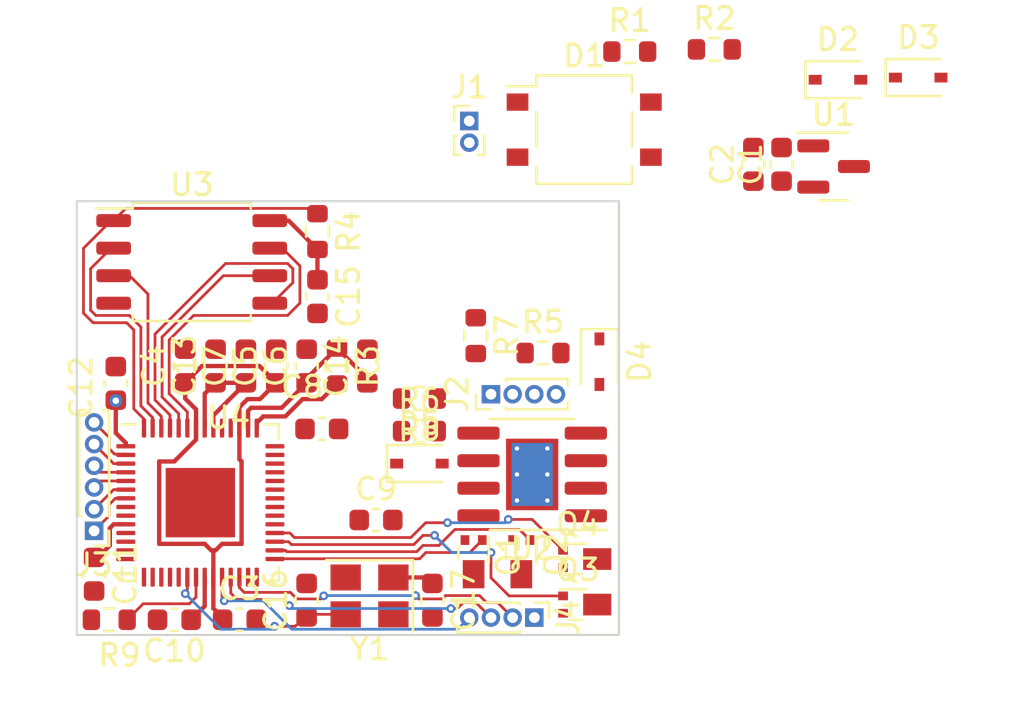
<source format=kicad_pcb>
(kicad_pcb (version 20211014) (generator pcbnew)
  (layers (0 "F.Cu" signal) (31 "B.Cu" signal) (34 "B.Paste" user) (35 "F.Paste" user) (36 "B.SilkS" user "B.Silkscreen") (37 "F.SilkS" user "F.Silkscreen") (38 "B.Mask" user) (39 "F.Mask" user) (44 "Edge.Cuts" user))
  (net 0 "")
  (net 1 "+3V3")
  (net 2 "+12V")
  (net 3 "+1V1")
  (net 4 "GND")
  (net 5 "Net-(C16-Pad1)")
  (net 6 "Net-(C17-Pad1)")
  (net 7 "Net-(D1-Pad1)")
  (net 8 "Net-(D1-Pad2)")
  (net 9 "Net-(D2-Pad1)")
  (net 10 "Net-(D2-Pad2)")
  (net 11 "/ADC_EMF_A")
  (net 12 "/ADC_EMF_B")
  (net 13 "Net-(C14-Pad1)")
  (net 14 "/GPIO18")
  (net 15 "Net-(R4-Pad1)")
  (net 16 "/MOTOR_OUT_B")
  (net 17 "/MOTOR_OUT_A")
  (net 18 "Net-(R9-Pad1)")
  (net 19 "/GPIO22")
  (net 20 "/GPIO23")
  (net 22 "Net-(U3-Pad2)")
  (net 23 "Net-(U3-Pad3)")
  (net 24 "Net-(U3-Pad5)")
  (net 25 "Net-(U3-Pad6)")
  (net 26 "Net-(U3-Pad7)")
  (net 33 "Net-(J4-Pad2)")
  (net 37 "/GPIO19")
  (net 38 "/GPIO20")
  (net 39 "/GPIO21")
  (net 53 "Net-(J3-Pad1)")
  (net 54 "Net-(J3-Pad2)")
  (net 55 "Net-(J3-Pad3)")
  (net 56 "Net-(J3-Pad4)")
  (net 57 "Net-(J3-Pad5)")
  (net 58 "Net-(J3-Pad6)")
  (net 59 "Net-(U4-Pad25)")
  (net 60 "Net-(J4-Pad4)")
  (footprint "Connector_PinHeader_1.00mm:PinHeader_1x04_P1.00mm_Vertical" (layer "F.Cu") (at 158.6 109.2 -90)
    (fp_text reference "J4" (at 0 -1.56 90) (layer "F.SilkS"))
    (fp_text value "DEBUG_CONN")
    (pad "1" thru_hole rect (at 0 0 270) (size 0.85 0.85) (drill 0.5) (layers *.Cu *.Mask) (net 4 "GND"))
    (pad "2" thru_hole oval (at 0 1 270) (size 0.85 0.85) (drill 0.5) (layers *.Cu *.Mask) (net 33 "Net-(J4-Pad2)"))
    (pad "3" thru_hole oval (at 0 2 270) (size 0.85 0.85) (drill 0.5) (layers *.Cu *.Mask) (net 59 "Net-(U4-Pad25)"))
    (pad "4" thru_hole oval (at 0 3 270) (size 0.85 0.85) (drill 0.5) (layers *.Cu *.Mask) (net 60 "Net-(J4-Pad4)"))
  )
  (footprint "Crystal:Crystal_SMD_3225-4Pin_3.2x2.5mm" (layer "F.Cu") (at 151 108.2 180)
    (fp_text reference "Y1" (at 0 -2.45) (layer "F.SilkS"))
    (fp_text value "X322512MSB4SI")
    (pad "1" smd rect (at -1.1 0.85 180) (size 1.4 1.2) (layers "F.Cu" "F.Paste" "F.Mask") (net 6 "Net-(C17-Pad1)"))
    (pad "2" smd rect (at 1.1 0.85 180) (size 1.4 1.2) (layers "F.Cu" "F.Paste" "F.Mask") (net 4 "GND"))
    (pad "3" smd rect (at 1.1 -0.85 180) (size 1.4 1.2) (layers "F.Cu" "F.Paste" "F.Mask") (net 5 "Net-(C16-Pad1)"))
    (pad "4" smd rect (at -1.1 -0.85 180) (size 1.4 1.2) (layers "F.Cu" "F.Paste" "F.Mask") (net 4 "GND"))
  )
  (footprint "Resistor_SMD:R_0603_1608Metric" (layer "F.Cu") (at 155.9 96.2 -90)
    (fp_text reference "R7" (at 0 -1.43 90) (layer "F.SilkS"))
    (fp_text value "10k")
    (pad "1" smd roundrect (at -0.825 0 270) (size 0.8 0.95) (layers "F.Cu" "F.Paste" "F.Mask") (net 4 "GND"))
    (pad "2" smd roundrect (at 0.825 0 270) (size 0.8 0.95) (layers "F.Cu" "F.Paste" "F.Mask") (net 11 "/ADC_EMF_A"))
  )
  (footprint "Package_SO:SOIC-8_5.23x5.23mm_P1.27mm" (layer "F.Cu") (at 142.8 92.8)
    (fp_text reference "U3" (at 0 -3.56) (layer "F.SilkS"))
    (fp_text value "W25Q64JVSSIQ")
    (pad "1" smd roundrect (at -3.6 -1.905) (size 1.6 0.6) (layers "F.Cu" "F.Paste" "F.Mask") (net 15 "Net-(R4-Pad1)"))
    (pad "2" smd roundrect (at -3.6 -0.635) (size 1.6 0.6) (layers "F.Cu" "F.Paste" "F.Mask") (net 22 "Net-(U3-Pad2)"))
    (pad "3" smd roundrect (at -3.6 0.635) (size 1.6 0.6) (layers "F.Cu" "F.Paste" "F.Mask") (net 23 "Net-(U3-Pad3)"))
    (pad "4" smd roundrect (at -3.6 1.905) (size 1.6 0.6) (layers "F.Cu" "F.Paste" "F.Mask") (net 4 "GND"))
    (pad "5" smd roundrect (at 3.6 1.905) (size 1.6 0.6) (layers "F.Cu" "F.Paste" "F.Mask") (net 24 "Net-(U3-Pad5)"))
    (pad "6" smd roundrect (at 3.6 0.635) (size 1.6 0.6) (layers "F.Cu" "F.Paste" "F.Mask") (net 25 "Net-(U3-Pad6)"))
    (pad "7" smd roundrect (at 3.6 -0.635) (size 1.6 0.6) (layers "F.Cu" "F.Paste" "F.Mask") (net 26 "Net-(U3-Pad7)"))
    (pad "8" smd roundrect (at 3.6 -1.905) (size 1.6 0.6) (layers "F.Cu" "F.Paste" "F.Mask") (net 1 "+3V3"))
  )
  (footprint "Capacitor_SMD:C_0603_1608Metric" (layer "F.Cu") (at 153.9 108.4 -90)
    (fp_text reference "C17" (at 0 -1.43 90) (layer "F.SilkS"))
    (fp_text value "33p")
    (pad "1" smd roundrect (at -0.775 0 270) (size 0.9 0.95) (layers "F.Cu" "F.Paste" "F.Mask") (net 6 "Net-(C17-Pad1)"))
    (pad "2" smd roundrect (at 0.775 0 270) (size 0.9 0.95) (layers "F.Cu" "F.Paste" "F.Mask") (net 4 "GND"))
  )
  (footprint "Resistor_SMD:R_0603_1608Metric" (layer "F.Cu") (at 153.3 99.1 180)
    (fp_text reference "R8" (at 0 -1.43) (layer "F.SilkS"))
    (fp_text value "10k")
    (pad "1" smd roundrect (at -0.825 0 180) (size 0.8 0.95) (layers "F.Cu" "F.Paste" "F.Mask") (net 4 "GND"))
    (pad "2" smd roundrect (at 0.825 0 180) (size 0.8 0.95) (layers "F.Cu" "F.Paste" "F.Mask") (net 12 "/ADC_EMF_B"))
  )
  (footprint "Capacitor_SMD:C_0603_1608Metric" (layer "F.Cu") (at 139.3 98.4 90)
    (fp_text reference "C12" (at -0.2 -1.6 90) (layer "F.SilkS"))
    (fp_text value "100n")
    (pad "1" smd roundrect (at -0.775 0 90) (size 0.9 0.95) (layers "F.Cu" "F.Paste" "F.Mask") (net 1 "+3V3"))
    (pad "2" smd roundrect (at 0.775 0 90) (size 0.9 0.95) (layers "F.Cu" "F.Paste" "F.Mask") (net 4 "GND"))
  )
  (footprint "Resistor_SMD:R_0603_1608Metric" (layer "F.Cu") (at 163 83.1)
    (fp_text reference "R1" (at 0 -1.43) (layer "F.SilkS"))
    (fp_text value "10k")
    (pad "1" smd roundrect (at -0.825 0) (size 0.8 0.95) (layers "F.Cu" "F.Paste" "F.Mask") (net 10 "Net-(D2-Pad2)"))
    (pad "2" smd roundrect (at 0.825 0) (size 0.8 0.95) (layers "F.Cu" "F.Paste" "F.Mask") (net 8 "Net-(D1-Pad2)"))
  )
  (footprint "Diode_SMD:D_SOD-323" (layer "F.Cu") (at 176.3 84.3)
    (fp_text reference "D3" (at 0 -1.85) (layer "F.SilkS"))
    (fp_text value "BZT52C3V3S")
    (pad "1" smd rect (at -1.05 0) (size 0.6 0.45) (layers "F.Cu" "F.Paste" "F.Mask") (net 9 "Net-(D2-Pad1)"))
    (pad "2" smd rect (at 1.05 0) (size 0.6 0.45) (layers "F.Cu" "F.Paste" "F.Mask") (net 4 "GND"))
  )
  (footprint "Capacitor_SMD:C_0603_1608Metric" (layer "F.Cu") (at 148.6 94.4 -90)
    (fp_text reference "C15" (at 0 -1.43 90) (layer "F.SilkS"))
    (fp_text value "100n")
    (pad "1" smd roundrect (at -0.775 0 270) (size 0.9 0.95) (layers "F.Cu" "F.Paste" "F.Mask") (net 1 "+3V3"))
    (pad "2" smd roundrect (at 0.775 0 270) (size 0.9 0.95) (layers "F.Cu" "F.Paste" "F.Mask") (net 4 "GND"))
  )
  (footprint "Capacitor_SMD:C_0603_1608Metric" (layer "F.Cu") (at 138.3 107.2 -90)
    (fp_text reference "C11" (at 0 -1.43 90) (layer "F.SilkS"))
    (fp_text value "100n")
    (pad "1" smd roundrect (at -0.775 0 270) (size 0.9 0.95) (layers "F.Cu" "F.Paste" "F.Mask") (net 1 "+3V3"))
    (pad "2" smd roundrect (at 0.775 0 270) (size 0.9 0.95) (layers "F.Cu" "F.Paste" "F.Mask") (net 4 "GND"))
  )
  (footprint "Diode_SMD:D_SOD-323" (layer "F.Cu") (at 153.3 102.1)
    (fp_text reference "D5" (at 0 -1.85) (layer "F.SilkS"))
    (fp_text value "BZT52C3V3S")
    (pad "1" smd rect (at -1.05 0) (size 0.6 0.45) (layers "F.Cu" "F.Paste" "F.Mask") (net 12 "/ADC_EMF_B"))
    (pad "2" smd rect (at 1.05 0) (size 0.6 0.45) (layers "F.Cu" "F.Paste" "F.Mask") (net 4 "GND"))
  )
  (footprint "Capacitor_SMD:C_0603_1608Metric" (layer "F.Cu") (at 145 109.3)
    (fp_text reference "C3" (at 0 -1.43) (layer "F.SilkS"))
    (fp_text value "100n")
    (pad "1" smd roundrect (at -0.775 0) (size 0.9 0.95) (layers "F.Cu" "F.Paste" "F.Mask") (net 3 "+1V1"))
    (pad "2" smd roundrect (at 0.775 0) (size 0.9 0.95) (layers "F.Cu" "F.Paste" "F.Mask") (net 4 "GND"))
  )
  (footprint "Capacitor_SMD:C_0603_1608Metric" (layer "F.Cu") (at 148.8 100.5)
    (fp_text reference "C8" (at -0.9 -1.93) (layer "F.SilkS"))
    (fp_text value "100n")
    (pad "1" smd roundrect (at -0.775 0) (size 0.9 0.95) (layers "F.Cu" "F.Paste" "F.Mask") (net 1 "+3V3"))
    (pad "2" smd roundrect (at 0.775 0) (size 0.9 0.95) (layers "F.Cu" "F.Paste" "F.Mask") (net 4 "GND"))
  )
  (footprint "RP2040-Decoder_Additional_Footprints:SOT-723-Extended_Pad" (layer "F.Cu") (at 160.5 108.6)
    (fp_text reference "Q3" (at 0.1 -1.6) (layer "F.SilkS"))
    (fp_text value "WNM2030")
    (pad "1" smd rect (at -0.575 -0.4) (size 0.45 0.4) (layers "F.Cu" "F.Paste" "F.Mask") (net 38 "/GPIO20"))
    (pad "2" smd rect (at -0.575 0.4) (size 0.45 0.4) (layers "F.Cu" "F.Paste" "F.Mask") (net 4 "GND"))
    (pad "3" smd rect (at 1 0) (size 1.3 1) (layers "F.Cu" "F.Paste" "F.Mask"))
  )
  (footprint "Diode_SMD:D_SOD-323" (layer "F.Cu") (at 161.6 97.4 -90)
    (fp_text reference "D4" (at 0 -1.85 90) (layer "F.SilkS"))
    (fp_text value "BZT52C3V3S")
    (pad "1" smd rect (at -1.05 0 270) (size 0.6 0.45) (layers "F.Cu" "F.Paste" "F.Mask") (net 11 "/ADC_EMF_A"))
    (pad "2" smd rect (at 1.05 0 270) (size 0.6 0.45) (layers "F.Cu" "F.Paste" "F.Mask") (net 4 "GND"))
  )
  (footprint "Package_TO_SOT_SMD:SOT-23" (layer "F.Cu") (at 172.4 88.4)
    (fp_text reference "U1" (at 0 -2.4) (layer "F.SilkS"))
    (fp_text value "PJ75AL33SA")
    (pad "1" smd roundrect (at -0.9375 -0.95) (size 1.475 0.6) (layers "F.Cu" "F.Paste" "F.Mask") (net 4 "GND"))
    (pad "2" smd roundrect (at -0.9375 0.95) (size 1.475 0.6) (layers "F.Cu" "F.Paste" "F.Mask") (net 1 "+3V3"))
    (pad "3" smd roundrect (at 0.9375 0) (size 1.475 0.6) (layers "F.Cu" "F.Paste" "F.Mask") (net 2 "+12V"))
  )
  (footprint "Resistor_SMD:R_0603_1608Metric" (layer "F.Cu") (at 153.3 100.6)
    (fp_text reference "R6" (at 0 -1.43) (layer "F.SilkS"))
    (fp_text value "10k")
    (pad "1" smd roundrect (at -0.825 0) (size 0.8 0.95) (layers "F.Cu" "F.Paste" "F.Mask") (net 12 "/ADC_EMF_B"))
    (pad "2" smd roundrect (at 0.825 0) (size 0.8 0.95) (layers "F.Cu" "F.Paste" "F.Mask") (net 16 "/MOTOR_OUT_B"))
  )
  (footprint "Package_TO_SOT_SMD:TO-269AA" (layer "F.Cu") (at 160.9 86.7)
    (fp_text reference "D1" (at 0 -3.4) (layer "F.SilkS"))
    (fp_text value "KMB24F")
    (pad "1" smd rect (at -3.075 -1.27) (size 1 0.8) (layers "F.Cu" "F.Paste" "F.Mask") (net 7 "Net-(D1-Pad1)"))
    (pad "2" smd rect (at -3.075 1.27) (size 1 0.8) (layers "F.Cu" "F.Paste" "F.Mask") (net 8 "Net-(D1-Pad2)"))
    (pad "3" smd rect (at 3.075 1.27) (size 1 0.8) (layers "F.Cu" "F.Paste" "F.Mask") (net 2 "+12V"))
    (pad "4" smd rect (at 3.075 -1.27) (size 1 0.8) (layers "F.Cu" "F.Paste" "F.Mask") (net 4 "GND"))
  )
  (footprint "Capacitor_SMD:C_0603_1608Metric" (layer "F.Cu") (at 143.9 97.6 90)
    (fp_text reference "C13" (at 0 -1.43 90) (layer "F.SilkS"))
    (fp_text value "100n")
    (pad "1" smd roundrect (at -0.775 0 90) (size 0.9 0.95) (layers "F.Cu" "F.Paste" "F.Mask") (net 1 "+3V3"))
    (pad "2" smd roundrect (at 0.775 0 90) (size 0.9 0.95) (layers "F.Cu" "F.Paste" "F.Mask") (net 4 "GND"))
  )
  (footprint "Capacitor_SMD:C_0603_1608Metric" (layer "F.Cu") (at 142 109.3 180)
    (fp_text reference "C10" (at 0 -1.43) (layer "F.SilkS"))
    (fp_text value "100n")
    (pad "1" smd roundrect (at -0.775 0 180) (size 0.9 0.95) (layers "F.Cu" "F.Paste" "F.Mask") (net 1 "+3V3"))
    (pad "2" smd roundrect (at 0.775 0 180) (size 0.9 0.95) (layers "F.Cu" "F.Paste" "F.Mask") (net 4 "GND"))
  )
  (footprint "Capacitor_SMD:C_0603_1608Metric" (layer "F.Cu") (at 148.1 108.4 90)
    (fp_text reference "C16" (at 0 -1.43 90) (layer "F.SilkS"))
    (fp_text value "33p")
    (pad "1" smd roundrect (at -0.775 0 90) (size 0.9 0.95) (layers "F.Cu" "F.Paste" "F.Mask") (net 5 "Net-(C16-Pad1)"))
    (pad "2" smd roundrect (at 0.775 0 90) (size 0.9 0.95) (layers "F.Cu" "F.Paste" "F.Mask") (net 4 "GND"))
  )
  (footprint "Connector_PinHeader_1.00mm:PinHeader_1x02_P1.00mm_Vertical" (layer "F.Cu") (at 155.6 86.3)
    (fp_text reference "J1" (at 0 -1.56) (layer "F.SilkS"))
    (fp_text value "DCC_IN")
    (pad "1" thru_hole rect (at 0 0) (size 0.85 0.85) (drill 0.5) (layers *.Cu *.Mask) (net 8 "Net-(D1-Pad2)"))
    (pad "2" thru_hole oval (at 0 1) (size 0.85 0.85) (drill 0.5) (layers *.Cu *.Mask) (net 7 "Net-(D1-Pad1)"))
  )
  (footprint "Connector_PinHeader_1.00mm:PinHeader_1x04_P1.00mm_Vertical" (layer "F.Cu") (at 156.6 98.9 90)
    (fp_text reference "J2" (at 0 -1.56 90) (layer "F.SilkS"))
    (fp_text value "MOTOR_CONN")
    (pad "1" thru_hole rect (at 0 0 90) (size 0.85 0.85) (drill 0.5) (layers *.Cu *.Mask) (net 4 "GND"))
    (pad "2" thru_hole oval (at 0 1 90) (size 0.85 0.85) (drill 0.5) (layers *.Cu *.Mask) (net 16 "/MOTOR_OUT_B"))
    (pad "3" thru_hole oval (at 0 2 90) (size 0.85 0.85) (drill 0.5) (layers *.Cu *.Mask) (net 17 "/MOTOR_OUT_A"))
    (pad "4" thru_hole oval (at 0 3 90) (size 0.85 0.85) (drill 0.5) (layers *.Cu *.Mask) (net 2 "+12V"))
  )
  (footprint "Diode_SMD:D_SOD-323" (layer "F.Cu") (at 172.6 84.4)
    (fp_text reference "D2" (at 0 -1.85) (layer "F.SilkS"))
    (fp_text value "1N4148WS")
    (pad "1" smd rect (at -1.05 0) (size 0.6 0.45) (layers "F.Cu" "F.Paste" "F.Mask") (net 9 "Net-(D2-Pad1)"))
    (pad "2" smd rect (at 1.05 0) (size 0.6 0.45) (layers "F.Cu" "F.Paste" "F.Mask") (net 10 "Net-(D2-Pad2)"))
  )
  (footprint "Resistor_SMD:R_0603_1608Metric" (layer "F.Cu") (at 166.9 83)
    (fp_text reference "R2" (at 0 -1.43) (layer "F.SilkS"))
    (fp_text value "47k")
    (pad "1" smd roundrect (at -0.825 0) (size 0.8 0.95) (layers "F.Cu" "F.Paste" "F.Mask") (net 4 "GND"))
    (pad "2" smd roundrect (at 0.825 0) (size 0.8 0.95) (layers "F.Cu" "F.Paste" "F.Mask") (net 9 "Net-(D2-Pad1)"))
  )
  (footprint "Capacitor_SMD:C_0603_1608Metric" (layer "F.Cu") (at 146.7 97.6 90)
    (fp_text reference "C5" (at 0 -1.43 90) (layer "F.SilkS"))
    (fp_text value "2u2")
    (pad "1" smd roundrect (at -0.775 0 90) (size 0.9 0.95) (layers "F.Cu" "F.Paste" "F.Mask") (net 3 "+1V1"))
    (pad "2" smd roundrect (at 0.775 0 90) (size 0.9 0.95) (layers "F.Cu" "F.Paste" "F.Mask") (net 4 "GND"))
  )
  (footprint "RP2040-Decoder_Additional_Footprints:SOT-723-Extended_Pad" (layer "F.Cu") (at 158 106.2 -90)
    (fp_text reference "Q2" (at 0.1 -1.6 90) (layer "F.SilkS"))
    (fp_text value "WNM2030")
    (pad "1" smd rect (at -0.575 -0.4 270) (size 0.45 0.4) (layers "F.Cu" "F.Paste" "F.Mask") (net 37 "/GPIO19"))
    (pad "2" smd rect (at -0.575 0.4 270) (size 0.45 0.4) (layers "F.Cu" "F.Paste" "F.Mask") (net 4 "GND"))
    (pad "3" smd rect (at 1 0 270) (size 1.3 1) (layers "F.Cu" "F.Paste" "F.Mask"))
  )
  (footprint "Capacitor_SMD:C_0603_1608Metric" (layer "F.Cu") (at 151.3 104.7)
    (fp_text reference "C9" (at 0 -1.43) (layer "F.SilkS"))
    (fp_text value "100n")
    (pad "1" smd roundrect (at -0.775 0) (size 0.9 0.95) (layers "F.Cu" "F.Paste" "F.Mask") (net 1 "+3V3"))
    (pad "2" smd roundrect (at 0.775 0) (size 0.9 0.95) (layers "F.Cu" "F.Paste" "F.Mask") (net 4 "GND"))
  )
  (footprint "Resistor_SMD:R_0603_1608Metric" (layer "F.Cu") (at 159 97)
    (fp_text reference "R5" (at 0 -1.43) (layer "F.SilkS"))
    (fp_text value "10k")
    (pad "1" smd roundrect (at -0.825 0) (size 0.8 0.95) (layers "F.Cu" "F.Paste" "F.Mask") (net 11 "/ADC_EMF_A"))
    (pad "2" smd roundrect (at 0.825 0) (size 0.8 0.95) (layers "F.Cu" "F.Paste" "F.Mask") (net 17 "/MOTOR_OUT_A"))
  )
  (footprint "RP2040-Decoder_Additional_Footprints:SOT-723-Extended_Pad" (layer "F.Cu") (at 160.5 106.5)
    (fp_text reference "Q4" (at 0.1 -1.6) (layer "F.SilkS"))
    (fp_text value "WNM2030")
    (pad "1" smd rect (at -0.575 -0.4) (size 0.45 0.4) (layers "F.Cu" "F.Paste" "F.Mask") (net 39 "/GPIO21"))
    (pad "2" smd rect (at -0.575 0.4) (size 0.45 0.4) (layers "F.Cu" "F.Paste" "F.Mask") (net 4 "GND"))
    (pad "3" smd rect (at 1 0) (size 1.3 1) (layers "F.Cu" "F.Paste" "F.Mask"))
  )
  (footprint "Resistor_SMD:R_0603_1608Metric" (layer "F.Cu") (at 148.6 91.4 -90)
    (fp_text reference "R4" (at 0 -1.43 90) (layer "F.SilkS"))
    (fp_text value "DNF")
    (pad "1" smd roundrect (at -0.825 0 270) (size 0.8 0.95) (layers "F.Cu" "F.Paste" "F.Mask") (net 15 "Net-(R4-Pad1)"))
    (pad "2" smd roundrect (at 0.825 0 270) (size 0.8 0.95) (layers "F.Cu" "F.Paste" "F.Mask") (net 1 "+3V3"))
  )
  (footprint "Capacitor_SMD:C_0603_1608Metric" (layer "F.Cu") (at 142.5 97.6 90)
    (fp_text reference "C4" (at 0 -1.43 90) (layer "F.SilkS"))
    (fp_text value "100n")
    (pad "1" smd roundrect (at -0.775 0 90) (size 0.9 0.95) (layers "F.Cu" "F.Paste" "F.Mask") (net 3 "+1V1"))
    (pad "2" smd roundrect (at 0.775 0 90) (size 0.9 0.95) (layers "F.Cu" "F.Paste" "F.Mask") (net 4 "GND"))
  )
  (footprint "Capacitor_SMD:C_0603_1608Metric" (layer "F.Cu") (at 168.7 88.3 90)
    (fp_text reference "C2" (at 0 -1.43 90) (layer "F.SilkS"))
    (fp_text value "10u")
    (pad "1" smd roundrect (at -0.775 0 90) (size 0.9 0.95) (layers "F.Cu" "F.Paste" "F.Mask") (net 2 "+12V"))
    (pad "2" smd roundrect (at 0.775 0 90) (size 0.9 0.95) (layers "F.Cu" "F.Paste" "F.Mask") (net 4 "GND"))
  )
  (footprint "RP2040-Decoder_Additional_Footprints:SOT-723-Extended_Pad" (layer "F.Cu") (at 155.8 106.2 -90)
    (fp_text reference "Q1" (at 0.1 -1.6 90) (layer "F.SilkS"))
    (fp_text value "WNM2030")
    (pad "1" smd rect (at -0.575 -0.4 270) (size 0.45 0.4) (layers "F.Cu" "F.Paste" "F.Mask") (net 14 "/GPIO18"))
    (pad "2" smd rect (at -0.575 0.4 270) (size 0.45 0.4) (layers "F.Cu" "F.Paste" "F.Mask") (net 4 "GND"))
    (pad "3" smd rect (at 1 0 270) (size 1.3 1) (layers "F.Cu" "F.Paste" "F.Mask"))
  )
  (footprint "Capacitor_SMD:C_0603_1608Metric" (layer "F.Cu") (at 150.9 97.6 90)
    (fp_text reference "C14" (at 0 -1.43 90) (layer "F.SilkS"))
    (fp_text value "2u2")
    (pad "1" smd roundrect (at -0.775 0 90) (size 0.9 0.95) (layers "F.Cu" "F.Paste" "F.Mask") (net 13 "Net-(C14-Pad1)"))
    (pad "2" smd roundrect (at 0.775 0 90) (size 0.9 0.95) (layers "F.Cu" "F.Paste" "F.Mask") (net 4 "GND"))
  )
  (footprint "Capacitor_SMD:C_0603_1608Metric" (layer "F.Cu") (at 170 88.3 90)
    (fp_text reference "C1" (at 0 -1.43 90) (layer "F.SilkS"))
    (fp_text value "10u")
    (pad "1" smd roundrect (at -0.775 0 90) (size 0.9 0.95) (layers "F.Cu" "F.Paste" "F.Mask") (net 1 "+3V3"))
    (pad "2" smd roundrect (at 0.775 0 90) (size 0.9 0.95) (layers "F.Cu" "F.Paste" "F.Mask") (net 4 "GND"))
  )
  (footprint "Resistor_SMD:R_0603_1608Metric" (layer "F.Cu") (at 139 109.3 180)
    (fp_text reference "R9" (at -0.46 -1.64) (layer "F.SilkS"))
    (fp_text value "1k")
    (pad "1" smd roundrect (at -0.825 0 180) (size 0.8 0.95) (layers "F.Cu" "F.Paste" "F.Mask") (net 18 "Net-(R9-Pad1)"))
    (pad "2" smd roundrect (at 0.825 0 180) (size 0.8 0.95) (layers "F.Cu" "F.Paste" "F.Mask") (net 4 "GND"))
  )
  (footprint "Capacitor_SMD:C_0603_1608Metric" (layer "F.Cu") (at 145.3 97.6 90)
    (fp_text reference "C7" (at 0 -1.43 90) (layer "F.SilkS"))
    (fp_text value "100n")
    (pad "1" smd roundrect (at -0.775 0 90) (size 0.9 0.95) (layers "F.Cu" "F.Paste" "F.Mask") (net 1 "+3V3"))
    (pad "2" smd roundrect (at 0.775 0 90) (size 0.9 0.95) (layers "F.Cu" "F.Paste" "F.Mask") (net 4 "GND"))
  )
  (footprint "Resistor_SMD:R_0603_1608Metric" (layer "F.Cu") (at 149.5 97.6 -90)
    (fp_text reference "R3" (at 0 -1.43 90) (layer "F.SilkS"))
    (fp_text value "200")
    (pad "1" smd roundrect (at -0.825 0 270) (size 0.8 0.95) (layers "F.Cu" "F.Paste" "F.Mask") (net 1 "+3V3"))
    (pad "2" smd roundrect (at 0.825 0 270) (size 0.8 0.95) (layers "F.Cu" "F.Paste" "F.Mask") (net 13 "Net-(C14-Pad1)"))
  )
  (footprint "Package_SO:SOIC-8-1EP_3.9x4.9mm_P1.27mm_EP2.41x3.3mm_ThermalVias" (layer "F.Cu") (at 158.5 102.6 180)
    (fp_text reference "U2" (at 0 -3.4 180) (layer "F.SilkS"))
    (fp_text value "BDR6133")
    (pad "1" smd roundrect (at -2.475 -1.905 180) (size 1.95 0.6) (layers "F.Cu" "F.Paste" "F.Mask") (net 4 "GND"))
    (pad "2" smd roundrect (at -2.475 -0.635 180) (size 1.95 0.6) (layers "F.Cu" "F.Paste" "F.Mask") (net 1 "+3V3"))
    (pad "3" smd roundrect (at -2.475 0.635 180) (size 1.95 0.6) (layers "F.Cu" "F.Paste" "F.Mask") (net 2 "+12V"))
    (pad "4" smd roundrect (at -2.475 1.905 180) (size 1.95 0.6) (layers "F.Cu" "F.Paste" "F.Mask") (net 17 "/MOTOR_OUT_A"))
    (pad "5" smd roundrect (at 2.475 1.905 180) (size 1.95 0.6) (layers "F.Cu" "F.Paste" "F.Mask") (net 16 "/MOTOR_OUT_B"))
    (pad "6" smd roundrect (at 2.475 0.635 180) (size 1.95 0.6) (layers "F.Cu" "F.Paste" "F.Mask") (net 19 "/GPIO22"))
    (pad "7" smd roundrect (at 2.475 -0.635 180) (size 1.95 0.6) (layers "F.Cu" "F.Paste" "F.Mask") (net 20 "/GPIO23"))
    (pad "8" smd roundrect (at 2.475 -1.905 180) (size 1.95 0.6) (layers "F.Cu" "F.Paste" "F.Mask"))
    (pad "9" thru_hole circle (at -0.7 -1.2 180) (size 0.5 0.5) (drill 0.2) (layers *.Cu) (net 4 "GND"))
    (pad "9" thru_hole circle (at 0.7 0 180) (size 0.5 0.5) (drill 0.2) (layers *.Cu) (net 4 "GND"))
    (pad "9" thru_hole circle (at -0.7 0 180) (size 0.5 0.5) (drill 0.2) (layers *.Cu) (net 4 "GND"))
    (pad "9" smd rect (at 0 0 180) (size 2.41 3.3) (layers "F.Cu" "F.Mask") (net 4 "GND"))
    (pad "9" thru_hole circle (at 0.7 1.2 180) (size 0.5 0.5) (drill 0.2) (layers *.Cu) (net 4 "GND"))
    (pad "9" thru_hole circle (at -0.7 1.2 180) (size 0.5 0.5) (drill 0.2) (layers *.Cu) (net 4 "GND"))
    (pad "9" thru_hole circle (at 0.7 -1.2 180) (size 0.5 0.5) (drill 0.2) (layers *.Cu) (net 4 "GND"))
    (pad "9" smd rect (at 0 0 180) (size 1.9 2.9) (layers "B.Cu") (net 4 "GND"))
  )
  (footprint "RP2040-Decoder_Additional_Footprints:QFN-56-1EP_7x7mm_P0.4mm_EP3.2x3.2mm" (layer "F.Cu") (at 143.2 103.9)
    (fp_text reference "U4" (at 1.3 -3.92) (layer "F.SilkS"))
    (fp_text value "RP2040")
    (pad "1" smd roundrect (at -3.4375 -2.6) (size 0.875 0.2) (layers "F.Cu" "F.Paste" "F.Mask") (net 1 "+3V3"))
    (pad "2" smd roundrect (at -3.4375 -2.2) (size 0.875 0.2) (layers "F.Cu" "F.Paste" "F.Mask") (net 58 "Net-(J3-Pad6)"))
    (pad "3" smd roundrect (at -3.4375 -1.8) (size 0.875 0.2) (layers "F.Cu" "F.Paste" "F.Mask") (net 57 "Net-(J3-Pad5)"))
    (pad "4" smd roundrect (at -3.4375 -1.4) (size 0.875 0.2) (layers "F.Cu" "F.Paste" "F.Mask") (net 56 "Net-(J3-Pad4)"))
    (pad "5" smd roundrect (at -3.4375 -1) (size 0.875 0.2) (layers "F.Cu" "F.Paste" "F.Mask") (net 55 "Net-(J3-Pad3)"))
    (pad "6" smd roundrect (at -3.4375 -0.6) (size 0.875 0.2) (layers "F.Cu" "F.Paste" "F.Mask") (net 54 "Net-(J3-Pad2)"))
    (pad "7" smd roundrect (at -3.4375 -0.2) (size 0.875 0.2) (layers "F.Cu" "F.Paste" "F.Mask") (net 53 "Net-(J3-Pad1)"))
    (pad "8" smd roundrect (at -3.4375 0.2) (size 0.875 0.2) (layers "F.Cu" "F.Paste" "F.Mask"))
    (pad "9" smd roundrect (at -3.4375 0.6) (size 0.875 0.2) (layers "F.Cu" "F.Paste" "F.Mask"))
    (pad "10" smd roundrect (at -3.4375 1) (size 0.875 0.2) (layers "F.Cu" "F.Paste" "F.Mask") (net 1 "+3V3"))
    (pad "11" smd roundrect (at -3.4375 1.4) (size 0.875 0.2) (layers "F.Cu" "F.Paste" "F.Mask"))
    (pad "12" smd roundrect (at -3.4375 1.8) (size 0.875 0.2) (layers "F.Cu" "F.Paste" "F.Mask"))
    (pad "13" smd roundrect (at -3.4375 2.2) (size 0.875 0.2) (layers "F.Cu" "F.Paste" "F.Mask"))
    (pad "14" smd roundrect (at -3.4375 2.6) (size 0.875 0.2) (layers "F.Cu" "F.Paste" "F.Mask"))
    (pad "15" smd roundrect (at -2.6 3.4375) (size 0.2 0.875) (layers "F.Cu" "F.Paste" "F.Mask"))
    (pad "16" smd roundrect (at -2.2 3.4375) (size 0.2 0.875) (layers "F.Cu" "F.Paste" "F.Mask"))
    (pad "17" smd roundrect (at -1.8 3.4375) (size 0.2 0.875) (layers "F.Cu" "F.Paste" "F.Mask"))
    (pad "18" smd roundrect (at -1.4 3.4375) (size 0.2 0.875) (layers "F.Cu" "F.Paste" "F.Mask"))
    (pad "19" smd roundrect (at -1 3.4375) (size 0.2 0.875) (layers "F.Cu" "F.Paste" "F.Mask") (net 4 "GND"))
    (pad "20" smd roundrect (at -0.6 3.4375) (size 0.2 0.875) (layers "F.Cu" "F.Paste" "F.Mask") (net 5 "Net-(C16-Pad1)"))
    (pad "21" smd roundrect (at -0.2 3.4375) (size 0.2 0.875) (layers "F.Cu" "F.Paste" "F.Mask") (net 18 "Net-(R9-Pad1)"))
    (pad "22" smd roundrect (at 0.2 3.4375) (size 0.2 0.875) (layers "F.Cu" "F.Paste" "F.Mask") (net 1 "+3V3"))
    (pad "23" smd roundrect (at 0.6 3.4375) (size 0.2 0.875) (layers "F.Cu" "F.Paste" "F.Mask") (net 3 "+1V1"))
    (pad "24" smd roundrect (at 1 3.4375) (size 0.2 0.875) (layers "F.Cu" "F.Paste" "F.Mask") (net 60 "Net-(J4-Pad4)"))
    (pad "25" smd roundrect (at 1.4 3.4375) (size 0.2 0.875) (layers "F.Cu" "F.Paste" "F.Mask") (net 59 "Net-(U4-Pad25)"))
    (pad "26" smd roundrect (at 1.8 3.4375) (size 0.2 0.875) (layers "F.Cu" "F.Paste" "F.Mask") (net 33 "Net-(J4-Pad2)"))
    (pad "27" smd roundrect (at 2.2 3.4375) (size 0.2 0.875) (layers "F.Cu" "F.Paste" "F.Mask"))
    (pad "28" smd roundrect (at 2.6 3.4375) (size 0.2 0.875) (layers "F.Cu" "F.Paste" "F.Mask"))
    (pad "29" smd roundrect (at 3.4375 2.6) (size 0.875 0.2) (layers "F.Cu" "F.Paste" "F.Mask") (net 14 "/GPIO18"))
    (pad "30" smd roundrect (at 3.4375 2.2) (size 0.875 0.2) (layers "F.Cu" "F.Paste" "F.Mask") (net 37 "/GPIO19"))
    (pad "31" smd roundrect (at 3.4375 1.8) (size 0.875 0.2) (layers "F.Cu" "F.Paste" "F.Mask") (net 38 "/GPIO20"))
    (pad "32" smd roundrect (at 3.4375 1.4) (size 0.875 0.2) (layers "F.Cu" "F.Paste" "F.Mask") (net 39 "/GPIO21"))
    (pad "33" smd roundrect (at 3.4375 1) (size 0.875 0.2) (layers "F.Cu" "F.Paste" "F.Mask") (net 1 "+3V3"))
    (pad "34" smd roundrect (at 3.4375 0.6) (size 0.875 0.2) (layers "F.Cu" "F.Paste" "F.Mask") (net 19 "/GPIO22"))
    (pad "35" smd roundrect (at 3.4375 0.2) (size 0.875 0.2) (layers "F.Cu" "F.Paste" "F.Mask") (net 20 "/GPIO23"))
    (pad "36" smd roundrect (at 3.4375 -0.2) (size 0.875 0.2) (layers "F.Cu" "F.Paste" "F.Mask"))
    (pad "37" smd roundrect (at 3.4375 -0.6) (size 0.875 0.2) (layers "F.Cu" "F.Paste" "F.Mask"))
    (pad "38" smd roundrect (at 3.4375 -1) (size 0.875 0.2) (layers "F.Cu" "F.Paste" "F.Mask") (net 11 "/ADC_EMF_A"))
    (pad "39" smd roundrect (at 3.4375 -1.4) (size 0.875 0.2) (layers "F.Cu" "F.Paste" "F.Mask") (net 12 "/ADC_EMF_B"))
    (pad "40" smd roundrect (at 3.4375 -1.8) (size 0.875 0.2) (layers "F.Cu" "F.Paste" "F.Mask"))
    (pad "41" smd roundrect (at 3.4375 -2.2) (size 0.875 0.2) (layers "F.Cu" "F.Paste" "F.Mask"))
    (pad "42" smd roundrect (at 3.4375 -2.6) (size 0.875 0.2) (layers "F.Cu" "F.Paste" "F.Mask") (net 1 "+3V3"))
    (pad "43" smd roundrect (at 2.6 -3.4375) (size 0.2 0.875) (layers "F.Cu" "F.Paste" "F.Mask") (net 13 "Net-(C14-Pad1)"))
    (pad "44" smd roundrect (at 2.2 -3.4375) (size 0.2 0.875) (layers "F.Cu" "F.Paste" "F.Mask") (net 1 "+3V3"))
    (pad "45" smd roundrect (at 1.8 -3.4375) (size 0.2 0.875) (layers "F.Cu" "F.Paste" "F.Mask") (net 3 "+1V1"))
    (pad "46" smd roundrect (at 1.4 -3.4375) (size 0.2 0.875) (layers "F.Cu" "F.Paste" "F.Mask"))
    (pad "47" smd roundrect (at 1 -3.4375) (size 0.2 0.875) (layers "F.Cu" "F.Paste" "F.Mask"))
    (pad "48" smd roundrect (at 0.6 -3.4375) (size 0.2 0.875) (layers "F.Cu" "F.Paste" "F.Mask") (net 1 "+3V3"))
    (pad "49" smd roundrect (at 0.2 -3.4375) (size 0.2 0.875) (layers "F.Cu" "F.Paste" "F.Mask") (net 1 "+3V3"))
    (pad "50" smd roundrect (at -0.2 -3.4375) (size 0.2 0.875) (layers "F.Cu" "F.Paste" "F.Mask") (net 3 "+1V1"))
    (pad "51" smd roundrect (at -0.6 -3.4375) (size 0.2 0.875) (layers "F.Cu" "F.Paste" "F.Mask") (net 26 "Net-(U3-Pad7)"))
    (pad "52" smd roundrect (at -1 -3.4375) (size 0.2 0.875) (layers "F.Cu" "F.Paste" "F.Mask") (net 25 "Net-(U3-Pad6)"))
    (pad "53" smd roundrect (at -1.4 -3.4375) (size 0.2 0.875) (layers "F.Cu" "F.Paste" "F.Mask") (net 24 "Net-(U3-Pad5)"))
    (pad "54" smd roundrect (at -1.8 -3.4375) (size 0.2 0.875) (layers "F.Cu" "F.Paste" "F.Mask") (net 23 "Net-(U3-Pad3)"))
    (pad "55" smd roundrect (at -2.2 -3.4375) (size 0.2 0.875) (layers "F.Cu" "F.Paste" "F.Mask") (net 22 "Net-(U3-Pad2)"))
    (pad "56" smd roundrect (at -2.6 -3.4375) (size 0.2 0.875) (layers "F.Cu" "F.Paste" "F.Mask") (net 15 "Net-(R4-Pad1)"))
    (pad "57" smd rect (at 0 0) (size 3.2 3.2) (layers "F.Cu" "F.Mask") (net 4 "GND"))
  )
  (footprint "Capacitor_SMD:C_0603_1608Metric" (layer "F.Cu") (at 148.1 97.6 90)
    (fp_text reference "C6" (at 0 -1.43 90) (layer "F.SilkS"))
    (fp_text value "2u2")
    (pad "1" smd roundrect (at -0.775 0 90) (size 0.9 0.95) (layers "F.Cu" "F.Paste" "F.Mask") (net 1 "+3V3"))
    (pad "2" smd roundrect (at 0.775 0 90) (size 0.9 0.95) (layers "F.Cu" "F.Paste" "F.Mask") (net 4 "GND"))
  )
  (footprint "Connector_PinHeader_1.00mm:PinHeader_1x06_P1.00mm_Vertical" (layer "F.Cu") (at 138.3 105.2 180)
    (fp_text reference "J3" (at 0 -1.56) (layer "F.SilkS"))
    (fp_text value "GPIO_CONN")
    (pad "1" thru_hole rect (at 0 0 180) (size 0.85 0.85) (drill 0.5) (layers *.Cu *.Mask) (net 53 "Net-(J3-Pad1)"))
    (pad "2" thru_hole oval (at 0 1 180) (size 0.85 0.85) (drill 0.5) (layers *.Cu *.Mask) (net 54 "Net-(J3-Pad2)"))
    (pad "3" thru_hole oval (at 0 2 180) (size 0.85 0.85) (drill 0.5) (layers *.Cu *.Mask) (net 55 "Net-(J3-Pad3)"))
    (pad "4" thru_hole oval (at 0 3 180) (size 0.85 0.85) (drill 0.5) (layers *.Cu *.Mask) (net 56 "Net-(J3-Pad4)"))
    (pad "5" thru_hole oval (at 0 4 180) (size 0.85 0.85) (drill 0.5) (layers *.Cu *.Mask) (net 57 "Net-(J3-Pad5)"))
    (pad "6" thru_hole oval (at 0 5 180) (size 0.85 0.85) (drill 0.5) (layers *.Cu *.Mask) (net 58 "Net-(J3-Pad6)"))
  )
  (gr_rect (start 137.5 90) (end 162.5 110) (layer "Edge.Cuts") (width 0.1) (fill none))
  (segment (start 148.1 98.375) (end 148.1 98.175) (width 0.2) (layer "F.Cu") (net 1))
  (segment (start 147.27 90.895) (end 146.4 90.895) (width 0.2) (layer "F.Cu") (net 1))
  (segment (start 143.4 107.3375) (end 143.4 108.675) (width 0.2) (layer "F.Cu") (net 1))
  (segment (start 143.8875 98.3875) (end 143.4 98.875) (width 0.2) (layer "F.Cu") (net 1))
  (segment (start 150.9 98.175) (end 149.5 96.775) (width 0.2) (layer "F.Cu") (net 1))
  (segment (start 139.02548 105.07452) (end 139.2 104.9) (width 0.2) (layer "F.Cu") (net 1))
  (segment (start 139.2 104.9) (end 139.7625 104.9) (width 0.2) (layer "F.Cu") (net 1))
  (segment (start 145.540966 99.52404) (end 146.95096 99.52404) (width 0.2) (layer "F.Cu") (net 1))
  (segment (start 146.95096 99.52404) (end 148.1 98.375) (width 0.2) (layer "F.Cu") (net 1))
  (segment (start 148.1 98.175) (end 149.5 96.775) (width 0.2) (layer "F.Cu") (net 1))
  (segment (start 145.4 100.4625) (end 145.4 99.665006) (width 0.2) (layer "F.Cu") (net 1))
  (segment (start 139.3 99.2) (end 139.3 99.175) (width 0.2) (layer "F.Cu") (net 1))
  (segment (start 139.3 100.686612) (end 139.7625 101.149112) (width 0.2) (layer "F.Cu") (net 1))
  (segment (start 148.6 93.625) (end 148.6 92.225) (width 0.2) (layer "F.Cu") (net 1))
  (segment (start 145.3 98.375) (end 143.9 98.375) (width 0.2) (layer "F.Cu") (net 1))
  (segment (start 139.3 99.2) (end 139.3 100.686612) (width 0.2) (layer "F.Cu") (net 1))
  (segment (start 143.4 108.675) (end 142.775 109.3) (width 0.2) (layer "F.Cu") (net 1))
  (segment (start 143.9 98.375) (end 143.8875 98.3875) (width 0.2) (layer "F.Cu") (net 1))
  (segment (start 143.8 99.875) (end 143.8 100.4625) (width 0.2) (layer "F.Cu") (net 1))
  (segment (start 150.9 98.375) (end 150.9 98.175) (width 0.2) (layer "F.Cu") (net 1))
  (segment (start 148.6 92.225) (end 147.27 90.895) (width 0.2) (layer "F.Cu") (net 1))
  (segment (start 138.3 106.325) (end 138.575 106.325) (width 0.2) (layer "F.Cu") (net 1))
  (segment (start 145.3 98.375) (end 143.8 99.875) (width 0.2) (layer "F.Cu") (net 1))
  (segment (start 138.575 106.325) (end 139.02548 105.87452) (width 0.2) (layer "F.Cu") (net 1))
  (segment (start 145.4 99.665006) (end 145.540966 99.52404) (width 0.2) (layer "F.Cu") (net 1))
  (segment (start 139.7625 101.149112) (end 139.7625 101.3) (width 0.2) (layer "F.Cu") (net 1))
  (segment (start 139.02548 105.87452) (end 139.02548 105.07452) (width 0.2) (layer "F.Cu") (net 1))
  (segment (start 143.4 98.875) (end 143.4 100.4625) (width 0.2) (layer "F.Cu") (net 1))
  (via (at 139.3 99.2) (size 0.6) (drill 0.3) (layers "F.Cu" "B.Cu") (net 1))
  (segment (start 143.8 106.099511) (end 143.8 107.3375) (width 0.2) (layer "F.Cu") (net 3))
  (segment (start 142.5 98.375) (end 142.5 99.101776) (width 0.2) (layer "F.Cu") (net 3))
  (segment (start 143.699511 106.099511) (end 143.8 106.099511) (width 0.2) (layer "F.Cu") (net 3))
  (segment (start 143 100.4625) (end 143 100.994295) (width 0.2) (layer "F.Cu") (net 3))
  (segment (start 145.099511 105.799511) (end 144.200244 105.799511) (width 0.2) (layer "F.Cu") (net 3))
  (segment (start 144.225 109.2) (end 143.8 108.775) (width 0.2) (layer "F.Cu") (net 3))
  (segment (start 145 100.4625) (end 145 101.900978) (width 0.2) (layer "F.Cu") (net 3))
  (segment (start 145 99.5) (end 145.37548 99.12452) (width 0.2) (layer "F.Cu") (net 3))
  (segment (start 141.993806 102.000489) (end 141.300489 102.000489) (width 0.2) (layer "F.Cu") (net 3))
  (segment (start 145 100.4625) (end 145 99.5) (width 0.2) (layer "F.Cu") (net 3))
  (segment (start 145.099511 102.000489) (end 145.099511 105.799511) (width 0.2) (layer "F.Cu") (net 3))
  (segment (start 143 99.601776) (end 143 100.4625) (width 0.2) (layer "F.Cu") (net 3))
  (segment (start 143.399511 105.799511) (end 143.699511 106.099511) (width 0.2) (layer "F.Cu") (net 3))
  (segment (start 145.95048 99.12452) (end 146.7 98.375) (width 0.2) (layer "F.Cu") (net 3))
  (segment (start 143.900244 106.099511) (end 143.8 106.099511) (width 0.2) (layer "F.Cu") (net 3))
  (segment (start 143 100.994295) (end 141.993806 102.000489) (width 0.2) (layer "F.Cu") (net 3))
  (segment (start 145.925 97.6) (end 143.275 97.6) (width 0.2) (layer "F.Cu") (net 3))
  (segment (start 142.5 99.101776) (end 143 99.601776) (width 0.2) (layer "F.Cu") (net 3))
  (segment (start 141.300489 105.799511) (end 143.399511 105.799511) (width 0.2) (layer "F.Cu") (net 3))
  (segment (start 145 101.900978) (end 145.099511 102.000489) (width 0.2) (layer "F.Cu") (net 3))
  (segment (start 141.300489 102.000489) (end 141.300489 105.799511) (width 0.2) (layer "F.Cu") (net 3))
  (segment (start 143.275 97.6) (end 142.5 98.375) (width 0.2) (layer "F.Cu") (net 3))
  (segment (start 145.37548 99.12452) (end 145.95048 99.12452) (width 0.2) (layer "F.Cu") (net 3))
  (segment (start 146.7 98.375) (end 145.925 97.6) (width 0.2) (layer "F.Cu") (net 3))
  (segment (start 144.200244 105.799511) (end 143.900244 106.099511) (width 0.2) (layer "F.Cu") (net 3))
  (segment (start 143.8 108.775) (end 143.8 107.3375) (width 0.2) (layer "F.Cu") (net 3))
  (segment (start 145.099511 105.799511) (end 144.600489 105.799511) (width 0.2) (layer "F.Cu") (net 3))
  (segment (start 142.4625 103.2) (end 141.859836 103.2) (width 0.127) (layer "F.Cu") (net 4))
  (segment (start 142.4625 102.8) (end 141.798067 102.8) (width 0.127) (layer "F.Cu") (net 4))
  (segment (start 142.4625 102.4) (end 141.736297 102.4) (width 0.127) (layer "F.Cu") (net 4))
  (segment (start 148.275 109.2) (end 148.4 109.075) (width 0.127) (layer "F.Cu") (net 5))
  (segment (start 147.5745 109.6005) (end 148.1 109.075) (width 0.127) (layer "F.Cu") (net 5))
  (segment (start 146.622455 109.6005) (end 147.5745 109.6005) (width 0.127) (layer "F.Cu") (net 5))
  (segment (start 142.6 107.3375) (end 142.6 107.999714) (width 0.127) (layer "F.Cu") (net 5))
  (segment (start 148.1 109.075) (end 148.125 109.05) (width 0.127) (layer "F.Cu") (net 5))
  (segment (start 148.125 109.05) (end 149.9 109.05) (width 0.127) (layer "F.Cu") (net 5))
  (segment (start 142.6 107.999714) (end 142.503548 108.096166) (width 0.127) (layer "F.Cu") (net 5))
  (via (at 146.622455 109.6005) (size 0.4) (drill 0.2) (layers "F.Cu" "B.Cu") (net 5))
  (via (at 142.503548 108.096166) (size 0.4) (drill 0.2) (layers "F.Cu" "B.Cu") (net 5))
  (segment (start 146.485975 109.73698) (end 146.622455 109.6005) (width 0.127) (layer "B.Cu") (net 5))
  (segment (start 144.144362 109.73698) (end 146.485975 109.73698) (width 0.127) (layer "B.Cu") (net 5))
  (segment (start 142.503548 108.096166) (end 144.144362 109.73698) (width 0.127) (layer "B.Cu") (net 5))
  (segment (start 153.825 107.35) (end 153.9 107.425) (width 0.2) (layer "F.Cu") (net 6))
  (segment (start 152.1 107.35) (end 153.825 107.35) (width 0.2) (layer "F.Cu") (net 6))
  (segment (start 147.915486 99.12452) (end 147.116446 99.92356) (width 0.2) (layer "F.Cu") (net 13))
  (segment (start 149.5 98.425) (end 148.80048 99.12452) (width 0.2) (layer "F.Cu") (net 13))
  (segment (start 145.8 100.22356) (end 145.8 100.4625) (width 0.2) (layer "F.Cu") (net 13))
  (segment (start 148.80048 99.12452) (end 147.915486 99.12452) (width 0.2) (layer "F.Cu") (net 13))
  (segment (start 146.1 99.92356) (end 145.8 100.22356) (width 0.2) (layer "F.Cu") (net 13))
  (segment (start 147.116446 99.92356) (end 146.1 99.92356) (width 0.2) (layer "F.Cu") (net 13))
  (segment (start 156.2 105.625) (end 155.625 106.2) (width 0.127) (layer "F.Cu") (net 14))
  (segment (start 155.625 106.2) (end 153.6 106.2) (width 0.127) (layer "F.Cu") (net 14))
  (segment (start 153.6 106.2) (end 153.313011 106.486989) (width 0.127) (layer "F.Cu") (net 14))
  (segment (start 153.313011 106.486989) (end 146.650511 106.486989) (width 0.127) (layer "F.Cu") (net 14))
  (segment (start 146.650511 106.486989) (end 146.6375 106.5) (width 0.127) (layer "F.Cu") (net 14))
  (segment (start 139.76302 90.33198) (end 139.2 90.895) (width 0.127) (layer "F.Cu") (net 15))
  (segment (start 137.81046 95.161328) (end 138.252067 95.602935) (width 0.127) (layer "F.Cu") (net 15))
  (segment (start 138.252067 95.602935) (end 139.797065 95.602935) (width 0.127) (layer "F.Cu") (net 15))
  (segment (start 137.81046 92.170442) (end 137.81046 95.161328) (width 0.127) (layer "F.Cu") (net 15))
  (segment (start 140.12938 95.93525) (end 140.12938 99.573471) (width 0.127) (layer "F.Cu") (net 15))
  (segment (start 140.12938 99.573471) (end 140.6 100.044093) (width 0.127) (layer "F.Cu") (net 15))
  (segment (start 139.797065 95.602935) (end 140.12938 95.93525) (width 0.127) (layer "F.Cu") (net 15))
  (segment (start 139.2 90.895) (end 139.085902 90.895) (width 0.127) (layer "F.Cu") (net 15))
  (segment (start 139.7 90.895) (end 139.305 90.895) (width 0.127) (layer "F.Cu") (net 15))
  (segment (start 148.35698 90.33198) (end 139.76302 90.33198) (width 0.127) (layer "F.Cu") (net 15))
  (segment (start 148.6 90.575) (end 148.35698 90.33198) (width 0.127) (layer "F.Cu") (net 15))
  (segment (start 140.6 100.044093) (end 140.6 100.4625) (width 0.127) (layer "F.Cu") (net 15))
  (segment (start 139.085902 90.895) (end 137.81046 92.170442) (width 0.127) (layer "F.Cu") (net 15))
  (segment (start 140.56302 108.56198) (end 139.825 109.3) (width 0.127) (layer "F.Cu") (net 18))
  (segment (start 143.03698 107.37448) (end 143 107.3375) (width 0.127) (layer "F.Cu") (net 18))
  (segment (start 143 108.254512) (end 142.692532 108.56198) (width 0.127) (layer "F.Cu") (net 18))
  (segment (start 142.692532 108.56198) (end 140.56302 108.56198) (width 0.127) (layer "F.Cu") (net 18))
  (segment (start 143 107.3375) (end 143 108.254512) (width 0.127) (layer "F.Cu") (net 18))
  (segment (start 141 99.982324) (end 140.4559 99.438223) (width 0.127) (layer "F.Cu") (net 22))
  (segment (start 138.13698 93.113922) (end 139.085902 92.165) (width 0.127) (layer "F.Cu") (net 22))
  (segment (start 140.4559 95.8) (end 139.92392 95.26802) (width 0.127) (layer "F.Cu") (net 22))
  (segment (start 140.4559 99.438223) (end 140.4559 95.8) (width 0.127) (layer "F.Cu") (net 22))
  (segment (start 139.92392 95.26802) (end 138.378922 95.26802) (width 0.127) (layer "F.Cu") (net 22))
  (segment (start 138.13698 95.026078) (end 138.13698 93.113922) (width 0.127) (layer "F.Cu") (net 22))
  (segment (start 141 100.4625) (end 140.96302 100.42552) (width 0.127) (layer "F.Cu") (net 22))
  (segment (start 138.378922 95.26802) (end 138.13698 95.026078) (width 0.127) (layer "F.Cu") (net 22))
  (segment (start 139.585902 92.165) (end 139.7 92.165) (width 0.127) (layer "F.Cu") (net 22))
  (segment (start 139.085902 92.165) (end 139.2 92.165) (width 0.127) (layer "F.Cu") (net 22))
  (segment (start 141 100.4625) (end 141 99.982324) (width 0.127) (layer "F.Cu") (net 22))
  (segment (start 139.935 93.435) (end 139.2 93.435) (width 0.127) (layer "F.Cu") (net 23))
  (segment (start 139.7 93.435) (end 139.585902 93.435) (width 0.127) (layer "F.Cu") (net 23))
  (segment (start 141.4 99.920554) (end 141.289723 99.810277) (width 0.127) (layer "F.Cu") (net 23))
  (segment (start 140.78242 99.302974) (end 140.78242 94.28242) (width 0.127) (layer "F.Cu") (net 23))
  (segment (start 141.4 100.4625) (end 141.36302 100.42552) (width 0.127) (layer "F.Cu") (net 23))
  (segment (start 141.36302 99.883575) (end 141.289723 99.810277) (width 0.127) (layer "F.Cu") (net 23))
  (segment (start 140.78242 94.28242) (end 139.935 93.435) (width 0.127) (layer "F.Cu") (net 23))
  (segment (start 141.289723 99.810277) (end 140.78242 99.302974) (width 0.127) (layer "F.Cu") (net 23))
  (segment (start 141.4 100.4625) (end 141.4 99.920554) (width 0.127) (layer "F.Cu") (net 23))
  (segment (start 147.46302 93.113922) (end 147.46302 93.756078) (width 0.127) (layer "F.Cu") (net 24))
  (segment (start 146.514098 94.705) (end 146.4 94.705) (width 0.127) (layer "F.Cu") (net 24))
  (segment (start 147.221078 92.87198) (end 147.46302 93.113922) (width 0.127) (layer "F.Cu") (net 24))
  (segment (start 141.10894 96.127358) (end 144.364318 92.87198) (width 0.127) (layer "F.Cu") (net 24))
  (segment (start 141.10894 99.167725) (end 141.10894 96.127358) (width 0.127) (layer "F.Cu") (net 24))
  (segment (start 147.46302 93.756078) (end 146.514098 94.705) (width 0.127) (layer "F.Cu") (net 24))
  (segment (start 141.8 99.858785) (end 141.10894 99.167725) (width 0.127) (layer "F.Cu") (net 24))
  (segment (start 141.8 100.4625) (end 141.8 99.858785) (width 0.127) (layer "F.Cu") (net 24))
  (segment (start 144.364318 92.87198) (end 147.221078 92.87198) (width 0.127) (layer "F.Cu") (net 24))
  (segment (start 141.43546 96.262607) (end 144.263067 93.435) (width 0.127) (layer "F.Cu") (net 25))
  (segment (start 144.263067 93.435) (end 146.4 93.435) (width 0.127) (layer "F.Cu") (net 25))
  (segment (start 141.43546 99.032475) (end 141.43546 96.262607) (width 0.127) (layer "F.Cu") (net 25))
  (segment (start 142.2 100.4625) (end 142.2 99.797015) (width 0.127) (layer "F.Cu") (net 25))
  (segment (start 142.2 99.797015) (end 141.43546 99.032475) (width 0.127) (layer "F.Cu") (net 25))
  (segment (start 141.76198 96.397856) (end 142.891816 95.26802) (width 0.127) (layer "F.Cu") (net 26))
  (segment (start 147.78954 94.699558) (end 147.78954 92.978673) (width 0.127) (layer "F.Cu") (net 26))
  (segment (start 141.76198 98.877144) (end 141.76198 96.397856) (width 0.127) (layer "F.Cu") (net 26))
  (segment (start 146.975867 92.165) (end 146.4 92.165) (width 0.127) (layer "F.Cu") (net 26))
  (segment (start 142.6 100.4625) (end 142.6 99.715164) (width 0.127) (layer "F.Cu") (net 26))
  (segment (start 147.78954 92.978673) (end 146.975867 92.165) (width 0.127) (layer "F.Cu") (net 26))
  (segment (start 147.221078 95.26802) (end 147.78954 94.699558) (width 0.127) (layer "F.Cu") (net 26))
  (segment (start 142.891816 95.26802) (end 147.221078 95.26802) (width 0.127) (layer "F.Cu") (net 26))
  (segment (start 142.6 99.715164) (end 141.76198 98.877144) (width 0.127) (layer "F.Cu") (net 26))
  (segment (start 154.504695 108.185469) (end 156.07348 108.185469) (width 0.127) (layer "F.Cu") (net 33))
  (segment (start 147.347856 108.03802) (end 147.647856 108.33802) (width 0.127) (layer "F.Cu") (net 33))
  (segment (start 145.220343 108.03802) (end 147.347856 108.03802) (width 0.127) (layer "F.Cu") (net 33))
  (segment (start 153.12301 108.185085) (end 153.275945 108.33802) (width 0.127) (layer "F.Cu") (net 33))
  (segment (start 148.747083 108.33802) (end 148.886931 108.198172) (width 0.127) (layer "F.Cu") (net 33))
  (segment (start 154.352144 108.33802) (end 154.504695 108.185469) (width 0.127) (layer "F.Cu") (net 33))
  (segment (start 156.4 108.511989) (end 156.911989 108.511989) (width 0.127) (layer "F.Cu") (net 33))
  (segment (start 153.275945 108.33802) (end 154.352144 108.33802) (width 0.127) (layer "F.Cu") (net 33))
  (segment (start 145 107.817677) (end 145.220343 108.03802) (width 0.127) (layer "F.Cu") (net 33))
  (segment (start 145 107.3375) (end 145 107.817677) (width 0.127) (layer "F.Cu") (net 33))
  (segment (start 156.07348 108.185469) (end 156.4 108.511989) (width 0.127) (layer "F.Cu") (net 33))
  (segment (start 147.647856 108.33802) (end 148.747083 108.33802) (width 0.127) (layer "F.Cu") (net 33))
  (segment (start 156.911989 108.511989) (end 157.6 109.2) (width 0.127) (layer "F.Cu") (net 33))
  (via (at 153.12301 108.185085) (size 0.4) (drill 0.2) (layers "F.Cu" "B.Cu") (net 33))
  (via (at 148.886931 108.198172) (size 0.4) (drill 0.2) (layers "F.Cu" "B.Cu") (net 33))
  (segment (start 153.12301 108.185085) (end 148.900018 108.185085) (width 0.127) (layer "B.Cu") (net 33))
  (segment (start 148.900018 108.185085) (end 148.886931 108.198172) (width 0.127) (layer "B.Cu") (net 33))
  (segment (start 147.117677 106.1) (end 147.178146 106.160469) (width 0.127) (layer "F.Cu") (net 37))
  (segment (start 154.936989 105.136989) (end 157.911989 105.136989) (width 0.127) (layer "F.Cu") (net 37))
  (segment (start 146.6375 106.1) (end 147.117677 106.1) (width 0.127) (layer "F.Cu") (net 37))
  (segment (start 157.911989 105.136989) (end 158.4 105.625) (width 0.127) (layer "F.Cu") (net 37))
  (segment (start 147.178146 106.160469) (end 153.177761 106.160469) (width 0.127) (layer "F.Cu") (net 37))
  (segment (start 153.464751 105.87348) (end 154.200498 105.87348) (width 0.127) (layer "F.Cu") (net 37))
  (segment (start 154.200498 105.87348) (end 154.936989 105.136989) (width 0.127) (layer "F.Cu") (net 37))
  (segment (start 153.177761 106.160469) (end 153.464751 105.87348) (width 0.127) (layer "F.Cu") (net 37))
  (segment (start 159.925 108.2) (end 157.436989 108.2) (width 0.127) (layer "F.Cu") (net 38))
  (segment (start 147.266051 105.7) (end 147.4 105.833949) (width 0.127) (layer "F.Cu") (net 38))
  (segment (start 153.042514 105.833949) (end 153.465983 105.41048) (width 0.127) (layer "F.Cu") (net 38))
  (segment (start 156.6 107.363011) (end 156.6 106.2) (width 0.127) (layer "F.Cu") (net 38))
  (segment (start 147.4 105.833949) (end 153.042514 105.833949) (width 0.127) (layer "F.Cu") (net 38))
  (segment (start 146.6375 105.7) (end 147.266051 105.7) (width 0.127) (layer "F.Cu") (net 38))
  (segment (start 157.436989 108.2) (end 156.6 107.363011) (width 0.127) (layer "F.Cu") (net 38))
  (segment (start 153.465983 105.41048) (end 154 105.41048) (width 0.127) (layer "F.Cu") (net 38))
  (via (at 154 105.41048) (size 0.4) (drill 0.2) (layers "F.Cu" "B.Cu") (net 38))
  (via (at 156.6 106.2) (size 0.4) (drill 0.2) (layers "F.Cu" "B.Cu") (net 38))
  (segment (start 154.78952 106.2) (end 154 105.41048) (width 0.127) (layer "B.Cu") (net 38))
  (segment (start 156.6 106.2) (end 154.78952 106.2) (width 0.127) (layer "B.Cu") (net 38))
  (segment (start 159.925 106.1) (end 158.498989 104.673989) (width 0.127) (layer "F.Cu") (net 39))
  (segment (start 152.907265 105.507429) (end 147.53525 105.507429) (width 0.127) (layer "F.Cu") (net 39))
  (segment (start 146.6375 105.3) (end 146.653551 105.283949) (width 0.127) (layer "F.Cu") (net 39))
  (segment (start 153.58998 104.824713) (end 152.907265 105.507429) (width 0.127) (layer "F.Cu") (net 39))
  (segment (start 147.327821 105.3) (end 146.6375 105.3) (width 0.127) (layer "F.Cu") (net 39))
  (segment (start 147.53525 105.507429) (end 147.327821 105.3) (width 0.127) (layer "F.Cu") (net 39))
  (segment (start 158.498989 104.673989) (end 157.399172 104.673989) (width 0.127) (layer "F.Cu") (net 39))
  (segment (start 154.594483 104.824713) (end 153.58998 104.824713) (width 0.127) (layer "F.Cu") (net 39))
  (via (at 157.399172 104.673989) (size 0.4) (drill 0.2) (layers "F.Cu" "B.Cu") (net 39))
  (via (at 154.594483 104.824713) (size 0.4) (drill 0.2) (layers "F.Cu" "B.Cu") (net 39))
  (segment (start 157.248448 104.824713) (end 154.594483 104.824713) (width 0.127) (layer "B.Cu") (net 39))
  (segment (start 157.399172 104.673989) (end 157.248448 104.824713) (width 0.127) (layer "B.Cu") (net 39))
  (segment (start 139 103.982323) (end 139 104.5) (width 0.127) (layer "F.Cu") (net 53))
  (segment (start 139.282323 103.7) (end 139 103.982323) (width 0.127) (layer "F.Cu") (net 53))
  (segment (start 139 104.5) (end 138.3 105.2) (width 0.127) (layer "F.Cu") (net 53))
  (segment (start 139.7625 103.7) (end 139.282323 103.7) (width 0.127) (layer "F.Cu") (net 53))
  (segment (start 139.7625 103.3) (end 139.2 103.3) (width 0.127) (layer "F.Cu") (net 54))
  (segment (start 139.2 103.3) (end 138.3 104.2) (width 0.127) (layer "F.Cu") (net 54))
  (segment (start 139.7625 102.9) (end 138.6 102.9) (width 0.127) (layer "F.Cu") (net 55))
  (segment (start 138.6 102.9) (end 138.3 103.2) (width 0.127) (layer "F.Cu") (net 55))
  (segment (start 138.5 102.9) (end 138.3 103.1) (width 0.127) (layer "F.Cu") (net 55))
  (segment (start 139.7625 102.5) (end 138.6 102.5) (width 0.127) (layer "F.Cu") (net 56))
  (segment (start 138.6 102.5) (end 138.3 102.2) (width 0.127) (layer "F.Cu") (net 56))
  (segment (start 139.7625 102.1) (end 139.2 102.1) (width 0.127) (layer "F.Cu") (net 57))
  (segment (start 139.2 102.1) (end 138.3 101.2) (width 0.127) (layer "F.Cu") (net 57))
  (segment (start 139.7625 101.7) (end 139.72552 101.66302) (width 0.127) (layer "F.Cu") (net 58))
  (segment (start 139 100.9) (end 138.3 100.2) (width 0.127) (layer "F.Cu") (net 58))
  (segment (start 139.245343 101.66302) (end 139 101.417677) (width 0.127) (layer "F.Cu") (net 58))
  (segment (start 139.72552 101.66302) (end 139.245343 101.66302) (width 0.127) (layer "F.Cu") (net 58))
  (segment (start 139 101.417677) (end 139 100.9) (width 0.127) (layer "F.Cu") (net 58))
  (segment (start 147.019595 108.36454) (end 147.3015 108.646445) (width 0.127) (layer "F.Cu") (net 59))
  (segment (start 155.315015 108.511989) (end 155.911989 108.511989) (width 0.127) (layer "F.Cu") (net 59))
  (segment (start 144.893838 108.36454) (end 146.2 108.36454) (width 0.127) (layer "F.Cu") (net 59))
  (segment (start 154.751581 108.782364) (end 155.04464 108.782364) (width 0.127) (layer "F.Cu") (net 59))
  (segment (start 144.6 108.070702) (end 144.763011 108.233713) (width 0.127) (layer "F.Cu") (net 59))
  (segment (start 155.04464 108.782364) (end 155.315015 108.511989) (width 0.127) (layer "F.Cu") (net 59))
  (segment (start 144.763011 108.233713) (end 144.893838 108.36454) (width 0.127) (layer "F.Cu") (net 59))
  (segment (start 146.2 108.36454) (end 147.019595 108.36454) (width 0.127) (layer "F.Cu") (net 59))
  (segment (start 155.911989 108.511989) (end 156.6 109.2) (width 0.127) (layer "F.Cu") (net 59))
  (segment (start 144.6 107.3375) (end 144.6 108.070702) (width 0.127) (layer "F.Cu") (net 59))
  (via (at 154.751581 108.782364) (size 0.4) (drill 0.2) (layers "F.Cu" "B.Cu") (net 59))
  (via (at 147.3015 108.646445) (size 0.4) (drill 0.2) (layers "F.Cu" "B.Cu") (net 59))
  (segment (start 147.437419 108.782364) (end 154.751581 108.782364) (width 0.127) (layer "B.Cu") (net 59))
  (segment (start 147.3015 108.646445) (end 147.437419 108.782364) (width 0.127) (layer "B.Cu") (net 59))
  (segment (start 144.2 107.3375) (end 144.2 108.3255) (width 0.127) (layer "F.Cu") (net 60))
  (segment (start 144.2 108.3255) (end 144.3 108.4255) (width 0.127) (layer "F.Cu") (net 60))
  (via (at 144.3 108.4255) (size 0.4) (drill 0.2) (layers "F.Cu" "B.Cu") (net 60))
  (segment (start 155.06302 109.73698) (end 155.6 109.2) (width 0.127) (layer "B.Cu") (net 60))
  (segment (start 144.3 108.4255) (end 146.102253 108.4255) (width 0.127) (layer "B.Cu") (net 60))
  (segment (start 146.102253 108.4255) (end 147.413733 109.73698) (width 0.127) (layer "B.Cu") (net 60))
  (segment (start 147.413733 109.73698) (end 155.06302 109.73698) (width 0.127) (layer "B.Cu") (net 60))
)
</source>
